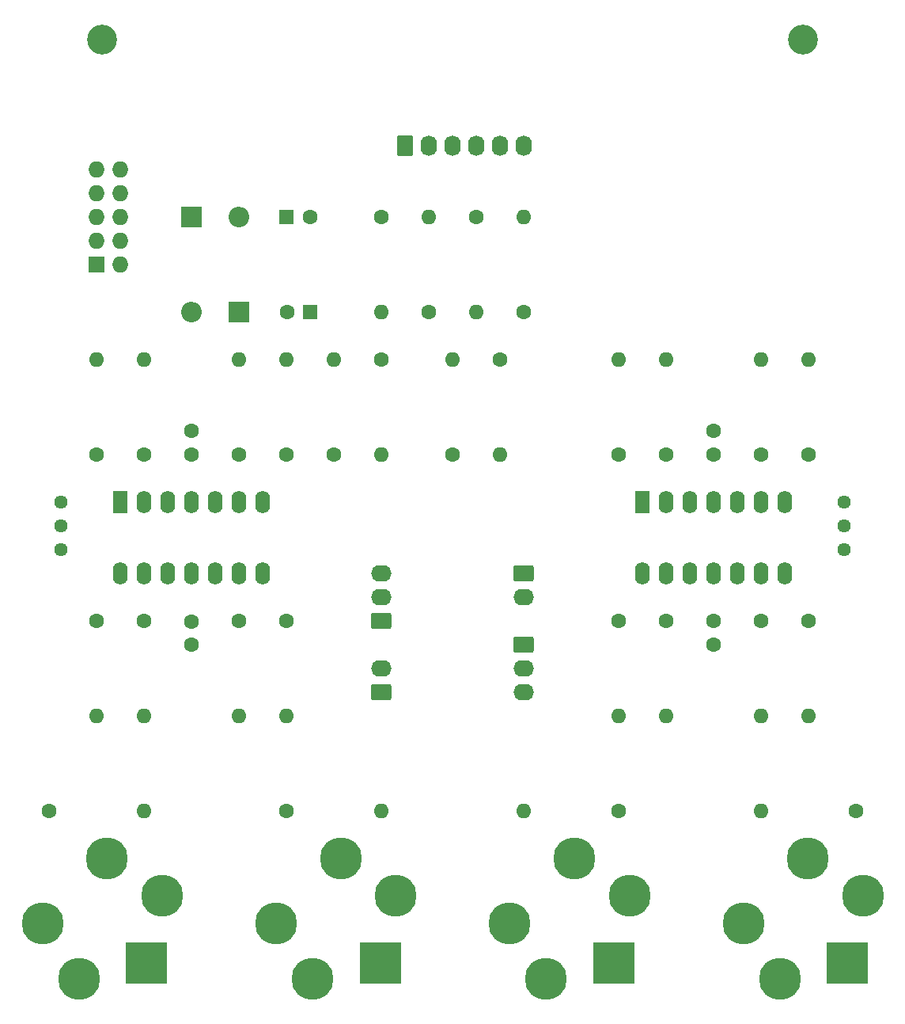
<source format=gts>
G04 #@! TF.GenerationSoftware,KiCad,Pcbnew,6.0.5-a6ca702e91~116~ubuntu20.04.1*
G04 #@! TF.CreationDate,2022-06-21T20:26:15-04:00*
G04 #@! TF.ProjectId,joystick,6a6f7973-7469-4636-9b2e-6b696361645f,rev?*
G04 #@! TF.SameCoordinates,Original*
G04 #@! TF.FileFunction,Soldermask,Top*
G04 #@! TF.FilePolarity,Negative*
%FSLAX46Y46*%
G04 Gerber Fmt 4.6, Leading zero omitted, Abs format (unit mm)*
G04 Created by KiCad (PCBNEW 6.0.5-a6ca702e91~116~ubuntu20.04.1) date 2022-06-21 20:26:15*
%MOMM*%
%LPD*%
G01*
G04 APERTURE LIST*
G04 Aperture macros list*
%AMRoundRect*
0 Rectangle with rounded corners*
0 $1 Rounding radius*
0 $2 $3 $4 $5 $6 $7 $8 $9 X,Y pos of 4 corners*
0 Add a 4 corners polygon primitive as box body*
4,1,4,$2,$3,$4,$5,$6,$7,$8,$9,$2,$3,0*
0 Add four circle primitives for the rounded corners*
1,1,$1+$1,$2,$3*
1,1,$1+$1,$4,$5*
1,1,$1+$1,$6,$7*
1,1,$1+$1,$8,$9*
0 Add four rect primitives between the rounded corners*
20,1,$1+$1,$2,$3,$4,$5,0*
20,1,$1+$1,$4,$5,$6,$7,0*
20,1,$1+$1,$6,$7,$8,$9,0*
20,1,$1+$1,$8,$9,$2,$3,0*%
G04 Aperture macros list end*
%ADD10C,4.500001*%
%ADD11R,4.500001X4.500001*%
%ADD12C,4.500000*%
%ADD13C,3.200000*%
%ADD14R,1.600000X1.600000*%
%ADD15C,1.600000*%
%ADD16R,2.200000X2.200000*%
%ADD17O,2.200000X2.200000*%
%ADD18R,1.727200X1.727200*%
%ADD19O,1.727200X1.727200*%
%ADD20RoundRect,0.249999X-0.620001X-0.845001X0.620001X-0.845001X0.620001X0.845001X-0.620001X0.845001X0*%
%ADD21O,1.740000X2.190000*%
%ADD22O,1.600000X1.600000*%
%ADD23R,1.600000X2.400000*%
%ADD24O,1.600000X2.400000*%
%ADD25RoundRect,0.249999X0.850001X-0.620001X0.850001X0.620001X-0.850001X0.620001X-0.850001X-0.620001X0*%
%ADD26O,2.200000X1.740000*%
%ADD27RoundRect,0.249999X-0.850001X0.620001X-0.850001X-0.620001X0.850001X-0.620001X0.850001X0.620001X0*%
%ADD28C,1.440000*%
G04 APERTURE END LIST*
D10*
G04 #@! TO.C,J4*
X110000000Y-138600000D03*
X115900000Y-142500000D03*
D11*
X114240000Y-149740000D03*
D12*
X103100000Y-145500000D03*
X107000000Y-151400000D03*
G04 #@! TD*
D10*
G04 #@! TO.C,J6*
X160000000Y-138600000D03*
X165900000Y-142500000D03*
D11*
X164240000Y-149740000D03*
D12*
X153100000Y-145500000D03*
X157000000Y-151400000D03*
G04 #@! TD*
D10*
G04 #@! TO.C,J11*
X135000000Y-138600000D03*
X140900000Y-142500000D03*
D11*
X139240000Y-149740000D03*
D12*
X128100000Y-145500000D03*
X132000000Y-151400000D03*
G04 #@! TD*
D10*
G04 #@! TO.C,J13*
X185000000Y-138600000D03*
X190900000Y-142500000D03*
D11*
X189240000Y-149740000D03*
D12*
X178100000Y-145500000D03*
X182000000Y-151400000D03*
G04 #@! TD*
D13*
G04 #@! TO.C,H1*
X109500000Y-51000000D03*
G04 #@! TD*
G04 #@! TO.C,H2*
X184500000Y-51000000D03*
G04 #@! TD*
D14*
G04 #@! TO.C,C2*
X129220000Y-70000000D03*
D15*
X131720000Y-70000000D03*
G04 #@! TD*
D14*
G04 #@! TO.C,C1*
X131760000Y-80160000D03*
D15*
X129260000Y-80160000D03*
G04 #@! TD*
G04 #@! TO.C,C4*
X119060000Y-115720000D03*
X119060000Y-113220000D03*
G04 #@! TD*
G04 #@! TO.C,C3*
X119060000Y-95360000D03*
X119060000Y-92860000D03*
G04 #@! TD*
D16*
G04 #@! TO.C,D2*
X119060000Y-70000000D03*
D17*
X119060000Y-80160000D03*
G04 #@! TD*
D16*
G04 #@! TO.C,D1*
X124140000Y-80160000D03*
D17*
X124140000Y-70000000D03*
G04 #@! TD*
D18*
G04 #@! TO.C,J1*
X108900000Y-75080000D03*
D19*
X111440000Y-75080000D03*
X108900000Y-72540000D03*
X111440000Y-72540000D03*
X108900000Y-70000000D03*
X111440000Y-70000000D03*
X108900000Y-67460000D03*
X111440000Y-67460000D03*
X108900000Y-64920000D03*
X111440000Y-64920000D03*
G04 #@! TD*
D20*
G04 #@! TO.C,J5*
X141920000Y-62380000D03*
D21*
X144460000Y-62380000D03*
X147000000Y-62380000D03*
X149540000Y-62380000D03*
X152080000Y-62380000D03*
X154620000Y-62380000D03*
G04 #@! TD*
D15*
G04 #@! TO.C,R3*
X113980000Y-95400000D03*
D22*
X113980000Y-85240000D03*
G04 #@! TD*
D15*
G04 #@! TO.C,R6*
X108900000Y-95400000D03*
D22*
X108900000Y-85240000D03*
G04 #@! TD*
D15*
G04 #@! TO.C,R7*
X124140000Y-95400000D03*
D22*
X124140000Y-85240000D03*
G04 #@! TD*
D15*
G04 #@! TO.C,R8*
X129220000Y-95400000D03*
D22*
X129220000Y-85240000D03*
G04 #@! TD*
D15*
G04 #@! TO.C,R9*
X124140000Y-113180000D03*
D22*
X124140000Y-123340000D03*
G04 #@! TD*
D15*
G04 #@! TO.C,R10*
X129220000Y-113180000D03*
D22*
X129220000Y-123340000D03*
G04 #@! TD*
D15*
G04 #@! TO.C,R11*
X103820000Y-133500000D03*
D22*
X113980000Y-133500000D03*
G04 #@! TD*
D15*
G04 #@! TO.C,R12*
X113980000Y-113180000D03*
D22*
X113980000Y-123340000D03*
G04 #@! TD*
D15*
G04 #@! TO.C,R13*
X108900000Y-113180000D03*
D22*
X108900000Y-123340000D03*
G04 #@! TD*
D15*
G04 #@! TO.C,R14*
X164780000Y-133500000D03*
D22*
X154620000Y-133500000D03*
G04 #@! TD*
D23*
G04 #@! TO.C,U1*
X111440000Y-100480000D03*
D24*
X113980000Y-100480000D03*
X116520000Y-100480000D03*
X119060000Y-100480000D03*
X121600000Y-100480000D03*
X124140000Y-100480000D03*
X126680000Y-100480000D03*
X126680000Y-108100000D03*
X124140000Y-108100000D03*
X121600000Y-108100000D03*
X119060000Y-108100000D03*
X116520000Y-108100000D03*
X113980000Y-108100000D03*
X111440000Y-108100000D03*
G04 #@! TD*
D15*
G04 #@! TO.C,R1*
X144460000Y-80160000D03*
D22*
X144460000Y-70000000D03*
G04 #@! TD*
D15*
G04 #@! TO.C,R2*
X139380000Y-70000000D03*
D22*
X139380000Y-80160000D03*
G04 #@! TD*
D15*
G04 #@! TO.C,R4*
X139380000Y-85240000D03*
D22*
X139380000Y-95400000D03*
G04 #@! TD*
D15*
G04 #@! TO.C,R5*
X134300000Y-95400000D03*
D22*
X134300000Y-85240000D03*
G04 #@! TD*
D15*
G04 #@! TO.C,C5*
X174940000Y-113180000D03*
X174940000Y-115680000D03*
G04 #@! TD*
G04 #@! TO.C,C6*
X174940000Y-92860000D03*
X174940000Y-95360000D03*
G04 #@! TD*
G04 #@! TO.C,R15*
X154620000Y-80160000D03*
D22*
X154620000Y-70000000D03*
G04 #@! TD*
D15*
G04 #@! TO.C,R16*
X149540000Y-70000000D03*
D22*
X149540000Y-80160000D03*
G04 #@! TD*
D15*
G04 #@! TO.C,R18*
X152080000Y-85240000D03*
D22*
X152080000Y-95400000D03*
G04 #@! TD*
D15*
G04 #@! TO.C,R19*
X147000000Y-95400000D03*
D22*
X147000000Y-85240000D03*
G04 #@! TD*
D15*
G04 #@! TO.C,R17*
X169860000Y-95400000D03*
D22*
X169860000Y-85240000D03*
G04 #@! TD*
D15*
G04 #@! TO.C,R21*
X180020000Y-95400000D03*
D22*
X180020000Y-85240000D03*
G04 #@! TD*
D15*
G04 #@! TO.C,R22*
X185100000Y-95400000D03*
D22*
X185100000Y-85240000D03*
G04 #@! TD*
D15*
G04 #@! TO.C,R23*
X180020000Y-113180000D03*
D22*
X180020000Y-123340000D03*
G04 #@! TD*
D15*
G04 #@! TO.C,R24*
X185100000Y-113180000D03*
D22*
X185100000Y-123340000D03*
G04 #@! TD*
D15*
G04 #@! TO.C,R25*
X129220000Y-133500000D03*
D22*
X139380000Y-133500000D03*
G04 #@! TD*
D15*
G04 #@! TO.C,R26*
X169860000Y-113180000D03*
D22*
X169860000Y-123340000D03*
G04 #@! TD*
D15*
G04 #@! TO.C,R27*
X164780000Y-113180000D03*
D22*
X164780000Y-123340000D03*
G04 #@! TD*
D15*
G04 #@! TO.C,R28*
X190180000Y-133500000D03*
D22*
X180020000Y-133500000D03*
G04 #@! TD*
D25*
G04 #@! TO.C,J7*
X139380000Y-113180000D03*
D26*
X139380000Y-110640000D03*
X139380000Y-108100000D03*
G04 #@! TD*
D25*
G04 #@! TO.C,J8*
X139380000Y-120800000D03*
D26*
X139380000Y-118260000D03*
G04 #@! TD*
D27*
G04 #@! TO.C,J12*
X154620000Y-115720000D03*
D26*
X154620000Y-118260000D03*
X154620000Y-120800000D03*
G04 #@! TD*
D27*
G04 #@! TO.C,J14*
X154620000Y-108100000D03*
D26*
X154620000Y-110640000D03*
G04 #@! TD*
D15*
G04 #@! TO.C,R20*
X164780000Y-95400000D03*
D22*
X164780000Y-85240000D03*
G04 #@! TD*
D28*
G04 #@! TO.C,RV1*
X105090000Y-105560000D03*
X105090000Y-103020000D03*
X105090000Y-100480000D03*
G04 #@! TD*
G04 #@! TO.C,RV4*
X188910000Y-105560000D03*
X188910000Y-103020000D03*
X188910000Y-100480000D03*
G04 #@! TD*
D23*
G04 #@! TO.C,U2*
X167320000Y-100480000D03*
D24*
X169860000Y-100480000D03*
X172400000Y-100480000D03*
X174940000Y-100480000D03*
X177480000Y-100480000D03*
X180020000Y-100480000D03*
X182560000Y-100480000D03*
X182560000Y-108100000D03*
X180020000Y-108100000D03*
X177480000Y-108100000D03*
X174940000Y-108100000D03*
X172400000Y-108100000D03*
X169860000Y-108100000D03*
X167320000Y-108100000D03*
G04 #@! TD*
M02*

</source>
